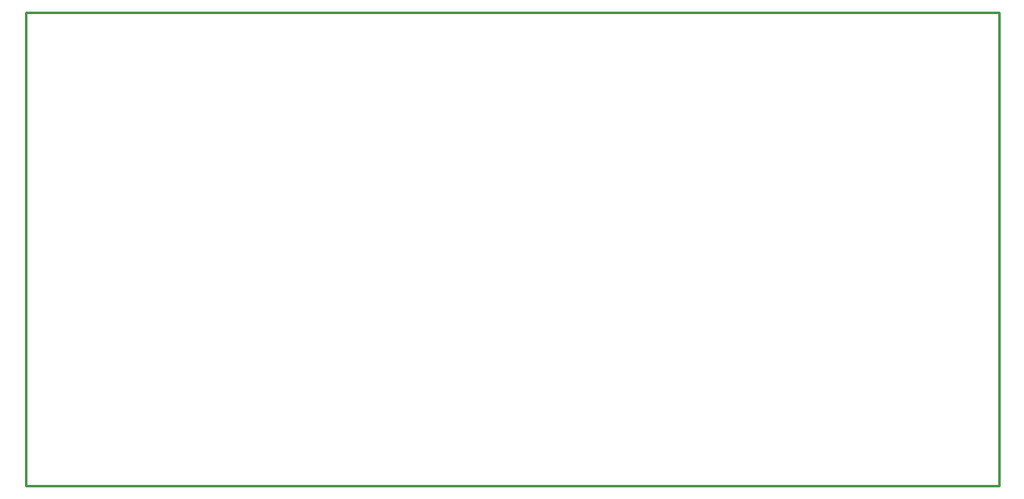
<source format=gm1>
%FSLAX23Y23*%
%MOIN*%
G70*
G01*
G75*
G04 Layer_Color=16711935*
%ADD10R,0.050X0.035*%
%ADD11R,0.054X0.050*%
%ADD12R,0.050X0.054*%
%ADD13C,0.055*%
%ADD14R,0.025X0.070*%
%ADD15R,0.025X0.075*%
%ADD16C,0.015*%
%ADD17C,0.025*%
%ADD18C,0.030*%
%ADD19C,0.040*%
%ADD20C,0.010*%
%ADD21C,0.020*%
%ADD22C,0.050*%
%ADD23C,0.065*%
%ADD24C,0.063*%
%ADD25R,0.063X0.063*%
%ADD26C,0.035*%
%ADD27P,0.070X8X22.5*%
%ADD28R,0.059X0.059*%
%ADD29C,0.059*%
%ADD30C,0.080*%
%ADD31C,0.059*%
%ADD32R,0.065X0.065*%
%ADD33C,0.217*%
%ADD34C,0.098*%
%ADD35R,0.098X0.098*%
%ADD36R,0.050X0.050*%
%ADD37C,0.058*%
%ADD38C,0.058*%
%ADD39C,0.040*%
%ADD40C,0.060*%
%ADD41C,0.014*%
%ADD42C,0.008*%
%ADD43C,0.008*%
%ADD44C,0.010*%
%ADD45C,0.010*%
%ADD46R,0.400X0.050*%
%ADD47R,0.058X0.043*%
%ADD48R,0.062X0.058*%
%ADD49R,0.058X0.062*%
%ADD50C,0.063*%
%ADD51R,0.033X0.078*%
%ADD52R,0.033X0.083*%
%ADD53C,0.073*%
%ADD54C,0.071*%
%ADD55R,0.071X0.071*%
%ADD56C,0.043*%
%ADD57P,0.079X8X22.5*%
%ADD58R,0.067X0.067*%
%ADD59C,0.067*%
%ADD60C,0.088*%
%ADD61C,0.067*%
%ADD62R,0.073X0.073*%
%ADD63C,0.225*%
%ADD64C,0.106*%
%ADD65R,0.106X0.106*%
%ADD66R,0.058X0.058*%
%ADD67C,0.066*%
%ADD68C,0.066*%
D20*
X-1950Y-525D02*
Y1375D01*
X1950D01*
Y-525D02*
Y1375D01*
X-1950Y-525D02*
X1950D01*
M02*

</source>
